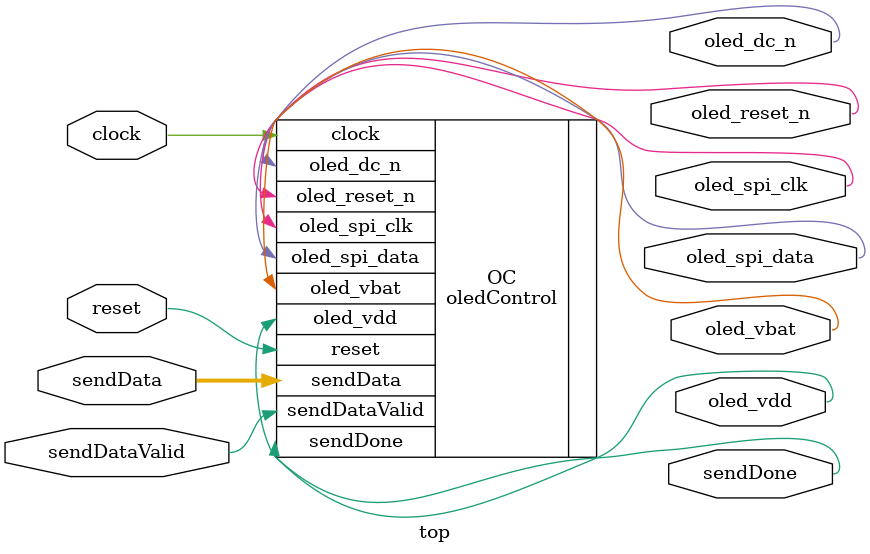
<source format=v>
`timescale 1ns / 1ps


module top(
input  clock, //100MHz onboard clock
input  reset,
//oled interface
output oled_spi_clk,
output oled_spi_data,
output oled_vdd,
output oled_vbat,
output oled_reset_n,
output oled_dc_n,

input [7:0] sendData,
input sendDataValid,
output sendDone
);

    
oledControl OC(
    .clock(clock), //100MHz onboard clock
    .reset(reset),
    //oled interface
    .oled_spi_clk(oled_spi_clk),
    .oled_spi_data(oled_spi_data),
    .oled_vdd(oled_vdd),
    .oled_vbat(oled_vbat),
    .oled_reset_n(oled_reset_n),
    .oled_dc_n(oled_dc_n),
    //
    .sendData(sendData),
    .sendDataValid(sendDataValid),
    .sendDone(sendDone)
        );    
    
endmodule
</source>
